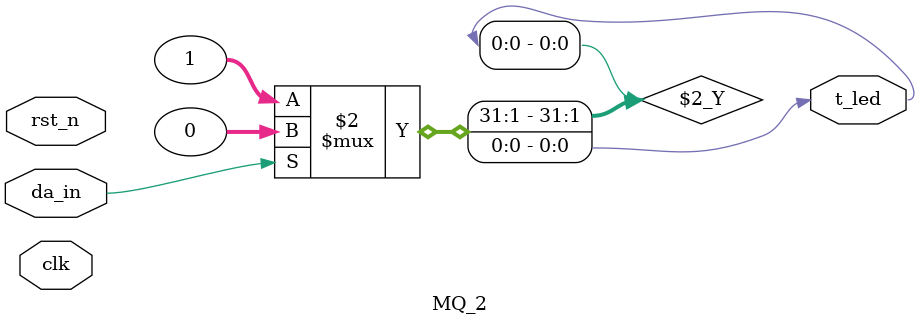
<source format=v>
`timescale 1ns / 1ps
module MQ_2(
clk,rst_n,t_led,da_in
    );
input clk;
input rst_n;
output  t_led;
input da_in;

assign t_led=(da_in==0)?1:0;
/*
always@(posedge clk or negedge rst_n)
begin
  if(!rst_n)
    t_led<=0;
  else if(da_in==0)
    t_led<=1;
else if(da_in==1)
    t_led<=0;

end
*/
endmodule


</source>
